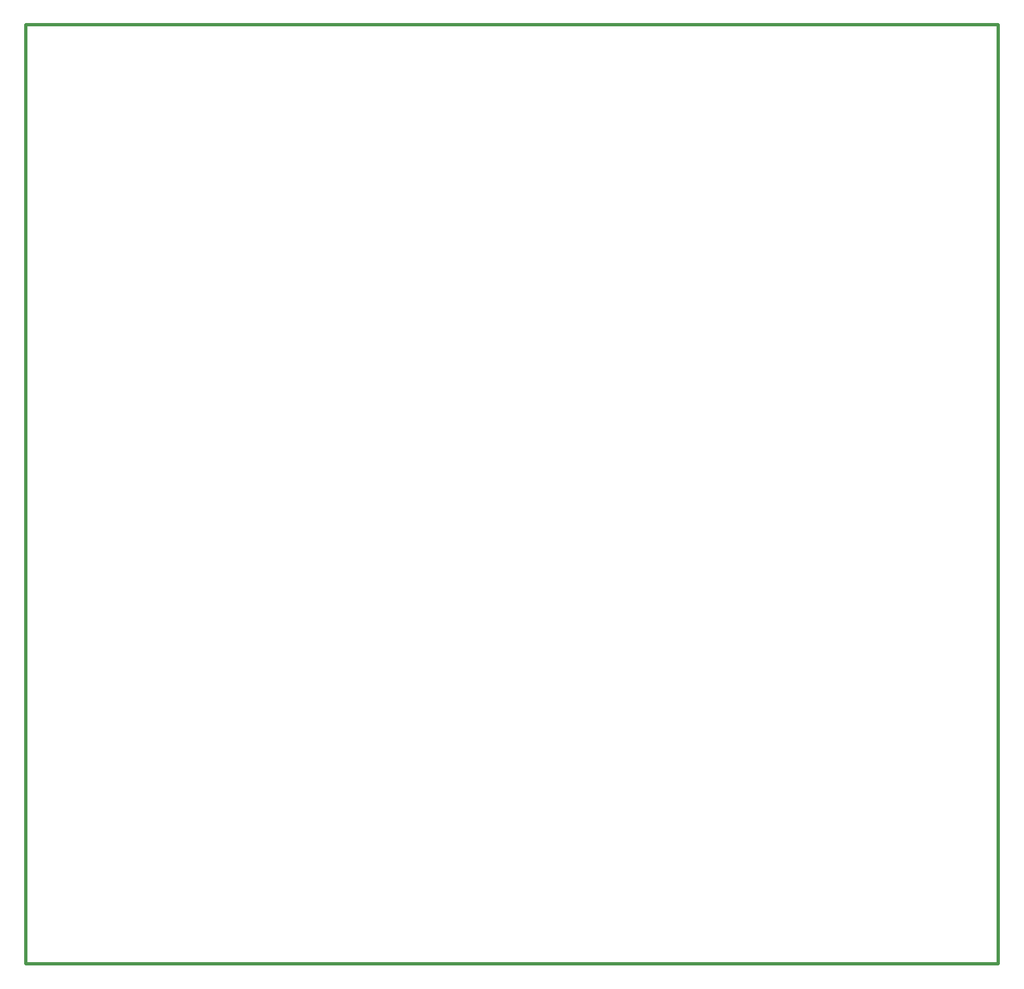
<source format=gm1>
G04*
G04 #@! TF.GenerationSoftware,Altium Limited,Altium Designer,22.11.1 (43)*
G04*
G04 Layer_Color=16711935*
%FSLAX25Y25*%
%MOIN*%
G70*
G04*
G04 #@! TF.SameCoordinates,543C29E0-401B-4264-9DD2-DFAFA9D5F2C1*
G04*
G04*
G04 #@! TF.FilePolarity,Positive*
G04*
G01*
G75*
%ADD12C,0.01968*%
D12*
X590551Y0D02*
Y570866D01*
X0D02*
X590551D01*
X0Y0D02*
Y570866D01*
Y0D02*
X590551D01*
M02*

</source>
